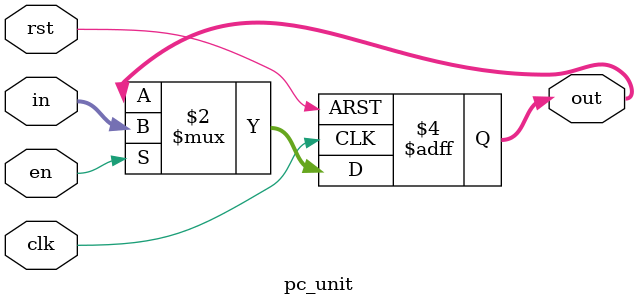
<source format=v>
`timescale 1ns / 1ps



module pc_unit #(parameter WIDTH = 8)(
	input wire clk,rst,en,
	input wire[WIDTH-1:0] in,
	output reg[WIDTH-1:0] out
    );
	always @(posedge clk,posedge rst) begin
		if(rst) begin
			out <= 0;
		end else if(en) begin
			out <= in;
		end
	end
endmodule
</source>
